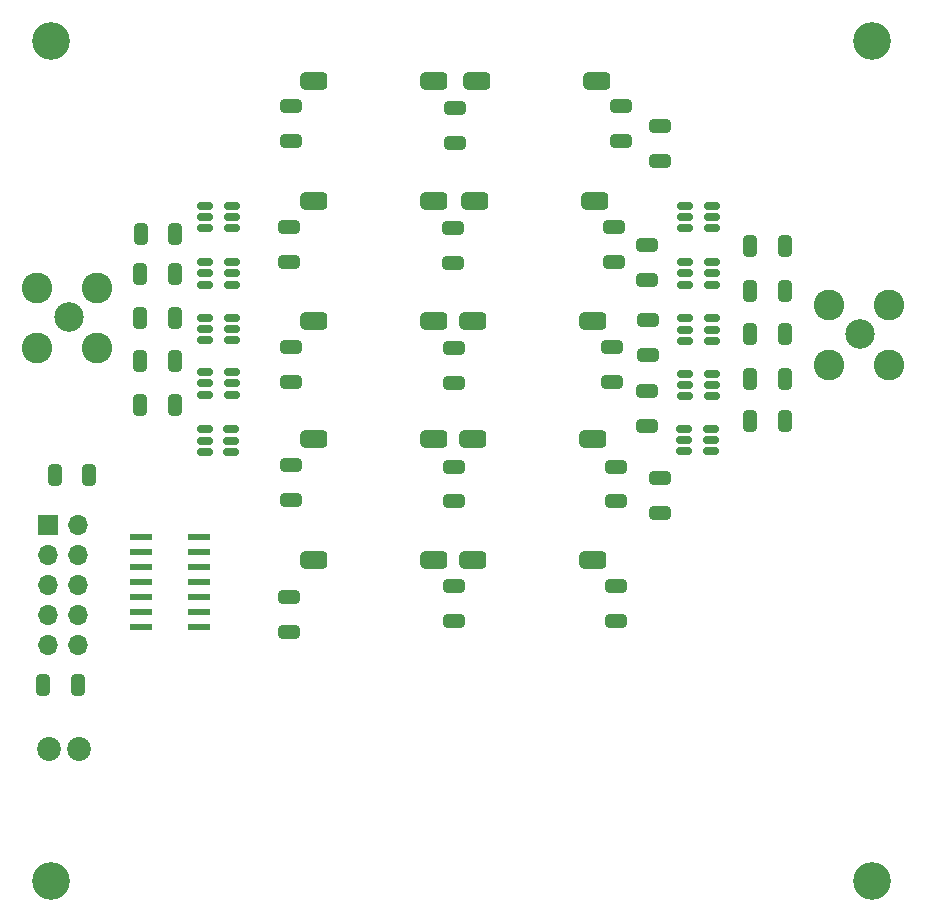
<source format=gts>
G04 #@! TF.GenerationSoftware,KiCad,Pcbnew,7.0.5*
G04 #@! TF.CreationDate,2023-06-23T16:46:23-04:00*
G04 #@! TF.ProjectId,sdt_lpf,7364745f-6c70-4662-9e6b-696361645f70,rev?*
G04 #@! TF.SameCoordinates,PX62de0f0PY8af5bb0*
G04 #@! TF.FileFunction,Soldermask,Top*
G04 #@! TF.FilePolarity,Negative*
%FSLAX46Y46*%
G04 Gerber Fmt 4.6, Leading zero omitted, Abs format (unit mm)*
G04 Created by KiCad (PCBNEW 7.0.5) date 2023-06-23 16:46:23*
%MOMM*%
%LPD*%
G01*
G04 APERTURE LIST*
G04 Aperture macros list*
%AMRoundRect*
0 Rectangle with rounded corners*
0 $1 Rounding radius*
0 $2 $3 $4 $5 $6 $7 $8 $9 X,Y pos of 4 corners*
0 Add a 4 corners polygon primitive as box body*
4,1,4,$2,$3,$4,$5,$6,$7,$8,$9,$2,$3,0*
0 Add four circle primitives for the rounded corners*
1,1,$1+$1,$2,$3*
1,1,$1+$1,$4,$5*
1,1,$1+$1,$6,$7*
1,1,$1+$1,$8,$9*
0 Add four rect primitives between the rounded corners*
20,1,$1+$1,$2,$3,$4,$5,0*
20,1,$1+$1,$4,$5,$6,$7,0*
20,1,$1+$1,$6,$7,$8,$9,0*
20,1,$1+$1,$8,$9,$2,$3,0*%
G04 Aperture macros list end*
%ADD10RoundRect,0.150000X0.512500X0.150000X-0.512500X0.150000X-0.512500X-0.150000X0.512500X-0.150000X0*%
%ADD11RoundRect,0.250000X-0.650000X0.325000X-0.650000X-0.325000X0.650000X-0.325000X0.650000X0.325000X0*%
%ADD12RoundRect,0.150000X-0.512500X-0.150000X0.512500X-0.150000X0.512500X0.150000X-0.512500X0.150000X0*%
%ADD13RoundRect,0.381000X-0.762000X-0.381000X0.762000X-0.381000X0.762000X0.381000X-0.762000X0.381000X0*%
%ADD14C,2.020000*%
%ADD15RoundRect,0.250000X0.325000X0.650000X-0.325000X0.650000X-0.325000X-0.650000X0.325000X-0.650000X0*%
%ADD16RoundRect,0.250000X-0.325000X-0.650000X0.325000X-0.650000X0.325000X0.650000X-0.325000X0.650000X0*%
%ADD17C,3.200000*%
%ADD18C,2.500000*%
%ADD19C,2.600000*%
%ADD20R,1.700000X1.700000*%
%ADD21O,1.700000X1.700000*%
%ADD22R,1.981200X0.558800*%
%ADD23RoundRect,0.250000X0.650000X-0.325000X0.650000X0.325000X-0.650000X0.325000X-0.650000X-0.325000X0*%
G04 APERTURE END LIST*
D10*
X55900000Y55300000D03*
X55900000Y56250000D03*
X55900000Y57200000D03*
X53625000Y57200000D03*
X53625000Y56250000D03*
X53625000Y55300000D03*
D11*
X34020000Y55275000D03*
X34020000Y52325000D03*
D10*
X55950000Y50500000D03*
X55950000Y51450000D03*
X55950000Y52400000D03*
X53675000Y52400000D03*
X53675000Y51450000D03*
X53675000Y50500000D03*
D12*
X13000000Y43100000D03*
X13000000Y42150000D03*
X13000000Y41200000D03*
X15275000Y41200000D03*
X15275000Y42150000D03*
X15275000Y43100000D03*
D11*
X34200000Y65475000D03*
X34200000Y62525000D03*
D13*
X22278000Y27200000D03*
X32438000Y27200000D03*
X35900000Y57600000D03*
X46060000Y57600000D03*
D11*
X34100000Y35100000D03*
X34100000Y32150000D03*
D14*
X2300000Y11150000D03*
X-240000Y11150000D03*
D11*
X47800000Y24970000D03*
X47800000Y22020000D03*
D15*
X3225000Y34400000D03*
X275000Y34400000D03*
D16*
X59150000Y42500000D03*
X62100000Y42500000D03*
D17*
X-50000Y71150000D03*
D10*
X55950000Y45750000D03*
X55950000Y46700000D03*
X55950000Y47650000D03*
X53675000Y47650000D03*
X53675000Y46700000D03*
X53675000Y45750000D03*
D12*
X13000000Y47700000D03*
X13000000Y46750000D03*
X13000000Y45800000D03*
X15275000Y45800000D03*
X15275000Y46750000D03*
X15275000Y47700000D03*
D13*
X35724000Y27200000D03*
X45884000Y27200000D03*
D16*
X59150000Y50000000D03*
X62100000Y50000000D03*
D13*
X22220000Y57600000D03*
X32380000Y57600000D03*
D11*
X50450000Y53850000D03*
X50450000Y50900000D03*
X48200000Y65600000D03*
X48200000Y62650000D03*
D13*
X22278000Y37440000D03*
X32438000Y37440000D03*
D17*
X69500000Y71100000D03*
D11*
X20100000Y24070000D03*
X20100000Y21120000D03*
X34100000Y24970000D03*
X34100000Y22020000D03*
D16*
X7550000Y54800000D03*
X10500000Y54800000D03*
X7525000Y40300000D03*
X10475000Y40300000D03*
D18*
X1460000Y47735000D03*
D19*
X-1180000Y50200000D03*
X3900000Y50200000D03*
X3900000Y45120000D03*
X-1180000Y45120000D03*
D11*
X20300000Y35200000D03*
X20300000Y32250000D03*
D16*
X59125000Y53800000D03*
X62075000Y53800000D03*
X7525000Y44000000D03*
X10475000Y44000000D03*
D11*
X20300000Y65600000D03*
X20300000Y62650000D03*
X34100000Y45150000D03*
X34100000Y42200000D03*
X47650000Y55375000D03*
X47650000Y52425000D03*
D13*
X35724000Y37440000D03*
X45884000Y37440000D03*
D20*
X-250000Y30130000D03*
D21*
X2290000Y30130000D03*
X-250000Y27590000D03*
X2290000Y27590000D03*
X-250000Y25050000D03*
X2290000Y25050000D03*
X-250000Y22510000D03*
X2290000Y22510000D03*
X-250000Y19970000D03*
X2290000Y19970000D03*
D18*
X68440000Y46335000D03*
D19*
X65800000Y48800000D03*
X70880000Y48800000D03*
X70880000Y43720000D03*
X65800000Y43720000D03*
D16*
X-675000Y16600000D03*
X2275000Y16600000D03*
D10*
X55950000Y41050000D03*
X55950000Y42000000D03*
X55950000Y42950000D03*
X53675000Y42950000D03*
X53675000Y42000000D03*
X53675000Y41050000D03*
D22*
X12527600Y29150000D03*
X12527600Y27880000D03*
X12527600Y26610000D03*
X12527600Y25340000D03*
X12527600Y24070000D03*
X12527600Y22800000D03*
X12527600Y21530000D03*
X7600000Y21530000D03*
X7600000Y22800000D03*
X7600000Y24070000D03*
X7600000Y25340000D03*
X7600000Y26610000D03*
X7600000Y27880000D03*
X7600000Y29150000D03*
D12*
X13000000Y52400000D03*
X13000000Y51450000D03*
X13000000Y50500000D03*
X15275000Y50500000D03*
X15275000Y51450000D03*
X15275000Y52400000D03*
D11*
X51550000Y63900000D03*
X51550000Y60950000D03*
D13*
X22278000Y47450000D03*
X32438000Y47450000D03*
D17*
X69500000Y0D03*
D13*
X35724000Y47450000D03*
X45884000Y47450000D03*
D23*
X51500000Y31175000D03*
X51500000Y34125000D03*
D11*
X47500000Y45250000D03*
X47500000Y42300000D03*
X20300000Y45200000D03*
X20300000Y42250000D03*
D13*
X36000000Y67770000D03*
X46160000Y67770000D03*
X22278000Y67770000D03*
X32438000Y67770000D03*
D11*
X20100000Y55400000D03*
X20100000Y52450000D03*
D17*
X0Y0D03*
D11*
X47800000Y35100000D03*
X47800000Y32150000D03*
D12*
X12975000Y38250000D03*
X12975000Y37300000D03*
X12975000Y36350000D03*
X15250000Y36350000D03*
X15250000Y37300000D03*
X15250000Y38250000D03*
D16*
X7525000Y51400000D03*
X10475000Y51400000D03*
X59125000Y39000000D03*
X62075000Y39000000D03*
D23*
X50500000Y44575000D03*
X50500000Y47525000D03*
D16*
X59150000Y46300000D03*
X62100000Y46300000D03*
D10*
X55875000Y36400000D03*
X55875000Y37350000D03*
X55875000Y38300000D03*
X53600000Y38300000D03*
X53600000Y37350000D03*
X53600000Y36400000D03*
D23*
X50400000Y38525000D03*
X50400000Y41475000D03*
D12*
X13000000Y57200000D03*
X13000000Y56250000D03*
X13000000Y55300000D03*
X15275000Y55300000D03*
X15275000Y56250000D03*
X15275000Y57200000D03*
D16*
X7525000Y47700000D03*
X10475000Y47700000D03*
M02*

</source>
